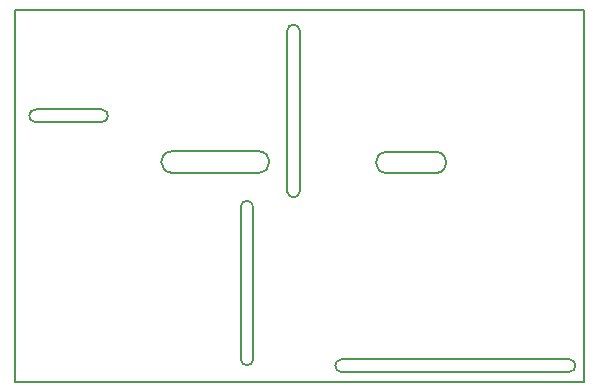
<source format=gbr>
G04 #@! TF.GenerationSoftware,KiCad,Pcbnew,(5.0.2)-1*
G04 #@! TF.CreationDate,2019-05-25T20:10:37+08:00*
G04 #@! TF.ProjectId,3RELAY,3352454c-4159-42e6-9b69-6361645f7063,rev?*
G04 #@! TF.SameCoordinates,Original*
G04 #@! TF.FileFunction,Profile,NP*
%FSLAX46Y46*%
G04 Gerber Fmt 4.6, Leading zero omitted, Abs format (unit mm)*
G04 Created by KiCad (PCBNEW (5.0.2)-1) date 2019-05-25 20:10:37*
%MOMM*%
%LPD*%
G01*
G04 APERTURE LIST*
%ADD10C,0.200000*%
%ADD11C,0.150000*%
G04 APERTURE END LIST*
D10*
X158053303Y-130193820D02*
G75*
G02X158036260Y-129141220I23597J526820D01*
G01*
X158064200Y-130192780D02*
X177358040Y-130192780D01*
X177391060Y-129138680D02*
X158028640Y-129141220D01*
X177384111Y-129139109D02*
G75*
G02X177370740Y-130190240I-23531J-525351D01*
G01*
X137796849Y-107971502D02*
G75*
G02X137731500Y-109057440I-42489J-542378D01*
G01*
X150588551Y-129139351D02*
G75*
G02X149537420Y-129125980I-525351J23531D01*
G01*
X149539960Y-116215160D02*
G75*
G02X150591091Y-116228531I525351J-23531D01*
G01*
X150594060Y-129125980D02*
X150594060Y-116225320D01*
X149539960Y-116202460D02*
X149539960Y-129161540D01*
X161861521Y-113364746D02*
G75*
G02X161825940Y-111574580I35540J896143D01*
G01*
X166095659Y-111567494D02*
G75*
G02X166131240Y-113357660I-35540J-896143D01*
G01*
X161843720Y-113360200D02*
X166161720Y-113355120D01*
X161836100Y-111569500D02*
X166105840Y-111569500D01*
X151107119Y-111524314D02*
G75*
G02X151142700Y-113314480I-35540J-896143D01*
G01*
X143675121Y-113316486D02*
G75*
G02X143639540Y-111526320I35540J896143D01*
G01*
X143637000Y-113314480D02*
X151127460Y-113314480D01*
X143642080Y-111526320D02*
X151132540Y-111526320D01*
X153481000Y-101284303D02*
G75*
G02X154533600Y-101267260I526820J-23597D01*
G01*
X154533171Y-114920431D02*
G75*
G02X153482040Y-114907060I-525351J23531D01*
G01*
X154533600Y-114914680D02*
X154533600Y-101254560D01*
X153479500Y-101257100D02*
X153479500Y-114950240D01*
X132134031Y-109058798D02*
G75*
G02X132199380Y-107972860I42489J542378D01*
G01*
X132156200Y-109059980D02*
X137726420Y-109059980D01*
X132196840Y-107972860D02*
X137782300Y-107970320D01*
D11*
X178633120Y-131030980D02*
X178633120Y-99524820D01*
X178633120Y-99517200D02*
X130462020Y-99517200D01*
X178633120Y-131028440D02*
X130444240Y-131028440D01*
X130454400Y-131028440D02*
X130462020Y-99517200D01*
M02*

</source>
